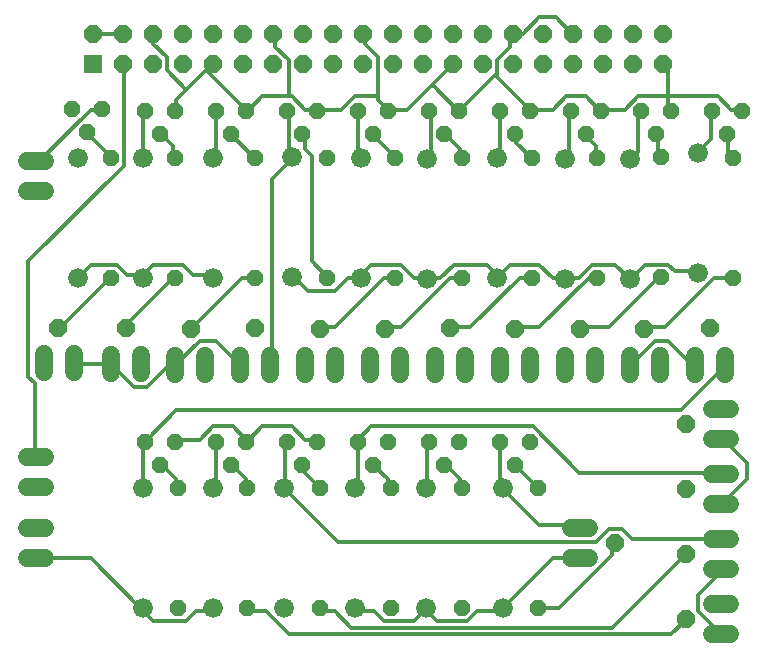
<source format=gbr>
G04 EAGLE Gerber RS-274X export*
G75*
%MOMM*%
%FSLAX34Y34*%
%LPD*%
%INTop Copper*%
%IPPOS*%
%AMOC8*
5,1,8,0,0,1.08239X$1,22.5*%
G01*
%ADD10C,1.676400*%
%ADD11C,1.524000*%
%ADD12P,1.649562X8X22.500000*%
%ADD13R,1.524000X1.524000*%
%ADD14P,1.429621X8X112.500000*%
%ADD15P,1.429621X8X202.500000*%
%ADD16P,1.429621X8X292.500000*%
%ADD17C,0.304800*%


D10*
X70000Y425800D03*
X70000Y324200D03*
D11*
X67030Y259220D02*
X67030Y243980D01*
X41630Y243980D02*
X41630Y259220D01*
D12*
X53290Y281440D03*
D13*
X82630Y505300D03*
D12*
X108030Y505300D03*
X133430Y505300D03*
X158830Y505300D03*
X184230Y505300D03*
X209630Y505300D03*
X82630Y530700D03*
X108030Y530700D03*
X133430Y530700D03*
X158830Y530700D03*
X184230Y530700D03*
X209630Y530700D03*
X235030Y505300D03*
X235030Y530700D03*
X260430Y505300D03*
X285830Y505300D03*
X311230Y505300D03*
X336630Y505300D03*
X362030Y505300D03*
X387430Y505300D03*
X260430Y530700D03*
X285830Y530700D03*
X311230Y530700D03*
X336630Y530700D03*
X362030Y530700D03*
X387430Y530700D03*
X412830Y505300D03*
X412830Y530700D03*
X438230Y505300D03*
X463630Y505300D03*
X489030Y505300D03*
X514430Y505300D03*
X539830Y505300D03*
X565230Y505300D03*
X438230Y530700D03*
X463630Y530700D03*
X489030Y530700D03*
X514430Y530700D03*
X539830Y530700D03*
X565230Y530700D03*
D14*
X98230Y324300D03*
X98230Y425900D03*
D15*
X65100Y466870D03*
X77800Y447820D03*
X90500Y466870D03*
D14*
X152460Y324200D03*
X152460Y425800D03*
D10*
X125000Y425800D03*
X125000Y324200D03*
D15*
X127300Y465000D03*
X140000Y445950D03*
X152700Y465000D03*
D11*
X98000Y258850D02*
X98000Y243610D01*
X123400Y243610D02*
X123400Y258850D01*
D12*
X111110Y281350D03*
D14*
X220000Y324200D03*
X220000Y425800D03*
D10*
X185000Y425800D03*
X185000Y324200D03*
D15*
X187300Y465000D03*
X200000Y445950D03*
X212700Y465000D03*
D11*
X152300Y257620D02*
X152300Y242380D01*
X177700Y242380D02*
X177700Y257620D01*
D12*
X165550Y280950D03*
D16*
X281270Y425800D03*
X281270Y324200D03*
D10*
X251890Y426120D03*
X251890Y324520D03*
D15*
X247300Y465000D03*
X260000Y445950D03*
X272700Y465000D03*
D11*
X207300Y257620D02*
X207300Y242380D01*
X232700Y242380D02*
X232700Y257620D01*
D12*
X220000Y281270D03*
D14*
X338650Y324200D03*
X338650Y425800D03*
D10*
X310000Y425800D03*
X310000Y324200D03*
D15*
X307300Y465000D03*
X320000Y445950D03*
X332700Y465000D03*
D11*
X262300Y257620D02*
X262300Y242380D01*
X287700Y242380D02*
X287700Y257620D01*
D12*
X275000Y281110D03*
D14*
X395000Y324200D03*
X395000Y425800D03*
D10*
X366190Y424530D03*
X366190Y322930D03*
D15*
X367300Y465000D03*
X380000Y445950D03*
X392700Y465000D03*
D11*
X317300Y257620D02*
X317300Y242380D01*
X342700Y242380D02*
X342700Y257620D01*
D12*
X330000Y281190D03*
D14*
X455000Y324200D03*
X455000Y425800D03*
D10*
X425000Y425800D03*
X425000Y324200D03*
D15*
X427300Y465000D03*
X440000Y445950D03*
X452700Y465000D03*
D11*
X372300Y257620D02*
X372300Y242380D01*
X397700Y242380D02*
X397700Y257620D01*
D12*
X385000Y281270D03*
D14*
X510000Y324200D03*
X510000Y425800D03*
D10*
X482460Y424530D03*
X482460Y322930D03*
D15*
X487300Y465000D03*
X500000Y445950D03*
X512700Y465000D03*
D11*
X427300Y257620D02*
X427300Y242380D01*
X452700Y242380D02*
X452700Y257620D01*
D12*
X440080Y280950D03*
D14*
X563900Y324550D03*
X563900Y426150D03*
D10*
X537460Y424530D03*
X537460Y322930D03*
D15*
X547300Y465000D03*
X560000Y445950D03*
X572700Y465000D03*
D11*
X482300Y257620D02*
X482300Y242380D01*
X507700Y242380D02*
X507700Y257620D01*
D12*
X494920Y281110D03*
D14*
X625000Y324200D03*
X625000Y425800D03*
D10*
X594920Y429530D03*
X594920Y327930D03*
D15*
X607300Y465000D03*
X620000Y445950D03*
X632700Y465000D03*
D11*
X537300Y257620D02*
X537300Y242380D01*
X562700Y242380D02*
X562700Y257620D01*
D12*
X549680Y281190D03*
D14*
X155000Y44200D03*
X155000Y145800D03*
D10*
X125000Y145800D03*
X125000Y44200D03*
D15*
X127300Y185000D03*
X140000Y165950D03*
X152700Y185000D03*
D11*
X592300Y242380D02*
X592300Y257620D01*
X617700Y257620D02*
X617700Y242380D01*
D12*
X605000Y281270D03*
D14*
X213730Y44200D03*
X213730Y145800D03*
D10*
X185000Y145800D03*
X185000Y44200D03*
D15*
X187300Y185000D03*
X200000Y165950D03*
X212700Y185000D03*
D11*
X607380Y22300D02*
X622620Y22300D01*
X622620Y47700D02*
X607380Y47700D01*
D12*
X585000Y35000D03*
D14*
X275000Y44200D03*
X275000Y145800D03*
D10*
X245000Y145800D03*
X245000Y44200D03*
D15*
X247300Y185000D03*
X260000Y165950D03*
X272700Y185000D03*
D11*
X607380Y77300D02*
X622620Y77300D01*
X622620Y102700D02*
X607380Y102700D01*
D12*
X585000Y90000D03*
D14*
X335000Y44200D03*
X335000Y145800D03*
D10*
X305000Y145800D03*
X305000Y44200D03*
D15*
X307300Y185000D03*
X320000Y165950D03*
X332700Y185000D03*
D11*
X607380Y132300D02*
X622620Y132300D01*
X622620Y157700D02*
X607380Y157700D01*
D12*
X585000Y145000D03*
D14*
X395000Y44200D03*
X395000Y145800D03*
D10*
X365000Y145800D03*
X365000Y44200D03*
D15*
X367300Y185000D03*
X380000Y165950D03*
X392700Y185000D03*
D11*
X607380Y187300D02*
X622620Y187300D01*
X622620Y212700D02*
X607380Y212700D01*
D12*
X585000Y200000D03*
D14*
X460000Y44200D03*
X460000Y145800D03*
D10*
X430000Y145800D03*
X430000Y44200D03*
D15*
X427300Y185000D03*
X440000Y165950D03*
X452700Y185000D03*
D11*
X487380Y87300D02*
X502620Y87300D01*
X502620Y112700D02*
X487380Y112700D01*
D12*
X525000Y100000D03*
D11*
X42700Y147300D02*
X27460Y147300D01*
X27460Y172700D02*
X42700Y172700D01*
X42700Y87300D02*
X27460Y87300D01*
X27460Y112700D02*
X42700Y112700D01*
X42620Y397300D02*
X27380Y397300D01*
X27380Y422700D02*
X42620Y422700D01*
D17*
X78232Y447040D02*
X97790Y427482D01*
X78232Y447040D02*
X77800Y447820D01*
X97790Y427482D02*
X98230Y425900D01*
X153670Y187198D02*
X173228Y187198D01*
X184404Y198374D01*
X201168Y198374D01*
X212344Y187198D01*
X153670Y187198D02*
X152700Y185000D01*
X212344Y187198D02*
X212700Y185000D01*
X262636Y187198D02*
X271018Y187198D01*
X262636Y187198D02*
X251460Y198374D01*
X226314Y198374D01*
X215138Y187198D01*
X271018Y187198D02*
X272700Y185000D01*
X215138Y187198D02*
X212700Y185000D01*
X89408Y466598D02*
X81026Y466598D01*
X36322Y421894D01*
X89408Y466598D02*
X90500Y466870D01*
X36322Y421894D02*
X35000Y422700D01*
X153670Y466598D02*
X153670Y474980D01*
X178816Y500126D02*
X181610Y502920D01*
X178816Y500126D02*
X162052Y483362D01*
X153670Y474980D01*
X153670Y466598D02*
X152700Y465000D01*
X181610Y502920D02*
X184230Y505300D01*
X178816Y500126D02*
X212344Y466598D01*
X212700Y465000D01*
X178816Y500126D02*
X184230Y505300D01*
X262636Y466598D02*
X271018Y466598D01*
X262636Y466598D02*
X251460Y477774D01*
X248666Y477774D02*
X226314Y477774D01*
X248666Y477774D02*
X251460Y477774D01*
X226314Y477774D02*
X215138Y466598D01*
X271018Y466598D02*
X272700Y465000D01*
X215138Y466598D02*
X212700Y465000D01*
X134112Y522478D02*
X134112Y528066D01*
X134112Y522478D02*
X145288Y511302D01*
X145288Y500126D01*
X162052Y483362D01*
X134112Y528066D02*
X133430Y530700D01*
X237490Y528066D02*
X237490Y519684D01*
X248666Y508508D01*
X248666Y477774D01*
X237490Y528066D02*
X235030Y530700D01*
X335280Y466598D02*
X349250Y466598D01*
X368808Y486156D02*
X385572Y502920D01*
X368808Y486156D02*
X349250Y466598D01*
X335280Y466598D02*
X332700Y465000D01*
X385572Y502920D02*
X387430Y505300D01*
X371602Y486156D02*
X391160Y466598D01*
X371602Y486156D02*
X368808Y486156D01*
X391160Y466598D02*
X392700Y465000D01*
X312928Y522478D02*
X312928Y528066D01*
X312928Y522478D02*
X324104Y511302D01*
X324104Y477774D02*
X324104Y474980D01*
X324104Y477774D02*
X324104Y511302D01*
X324104Y474980D02*
X332486Y466598D01*
X312928Y528066D02*
X311230Y530700D01*
X332486Y466598D02*
X332700Y465000D01*
X438658Y530860D02*
X447040Y530860D01*
X461010Y544830D01*
X474980Y544830D01*
X488950Y530860D01*
X438658Y530860D02*
X438230Y530700D01*
X488950Y530860D02*
X489030Y530700D01*
X472186Y466598D02*
X455422Y466598D01*
X472186Y466598D02*
X483362Y477774D01*
X500126Y477774D01*
X511302Y466598D01*
X455422Y466598D02*
X452700Y465000D01*
X511302Y466598D02*
X512700Y465000D01*
X569976Y477774D02*
X569976Y500126D01*
X569976Y477774D02*
X569976Y466598D01*
X569976Y500126D02*
X567182Y502920D01*
X569976Y466598D02*
X572700Y465000D01*
X567182Y502920D02*
X565230Y505300D01*
X623062Y466598D02*
X631444Y466598D01*
X623062Y466598D02*
X611886Y477774D01*
X569976Y477774D01*
X631444Y466598D02*
X632700Y465000D01*
X533654Y466598D02*
X514096Y466598D01*
X533654Y466598D02*
X544830Y477774D01*
X569976Y477774D01*
X514096Y466598D02*
X512700Y465000D01*
X435864Y519684D02*
X435864Y528066D01*
X435864Y519684D02*
X424688Y508508D01*
X424688Y497332D02*
X424688Y494538D01*
X424688Y497332D02*
X424688Y508508D01*
X424688Y494538D02*
X452628Y466598D01*
X435864Y528066D02*
X438230Y530700D01*
X452628Y466598D02*
X452700Y465000D01*
X424688Y497332D02*
X393954Y466598D01*
X392700Y465000D01*
X293370Y466598D02*
X273812Y466598D01*
X293370Y466598D02*
X304546Y477774D01*
X324104Y477774D01*
X273812Y466598D02*
X272700Y465000D01*
X97790Y324104D02*
X55880Y282194D01*
X97790Y324104D02*
X98230Y324300D01*
X55880Y282194D02*
X53290Y281440D01*
X472186Y86614D02*
X494538Y86614D01*
X472186Y86614D02*
X430276Y44704D01*
X494538Y86614D02*
X495000Y87300D01*
X430276Y44704D02*
X430000Y44200D01*
X321310Y41910D02*
X307340Y41910D01*
X321310Y41910D02*
X329692Y33528D01*
X354838Y33528D01*
X363220Y41910D01*
X307340Y41910D02*
X305000Y44200D01*
X363220Y41910D02*
X365000Y44200D01*
X81026Y86614D02*
X36322Y86614D01*
X81026Y86614D02*
X122936Y44704D01*
X36322Y86614D02*
X35080Y87300D01*
X122936Y44704D02*
X125000Y44200D01*
X170434Y41910D02*
X184404Y41910D01*
X170434Y41910D02*
X162052Y33528D01*
X134112Y33528D01*
X125730Y41910D01*
X184404Y41910D02*
X185000Y44200D01*
X125730Y41910D02*
X125000Y44200D01*
X407924Y41910D02*
X427482Y41910D01*
X407924Y41910D02*
X399542Y33528D01*
X374396Y33528D01*
X366014Y41910D01*
X427482Y41910D02*
X430000Y44200D01*
X366014Y41910D02*
X365000Y44200D01*
X122936Y326898D02*
X111760Y326898D01*
X103378Y335280D01*
X81026Y335280D01*
X72644Y326898D01*
X122936Y326898D02*
X125000Y324200D01*
X72644Y326898D02*
X70000Y324200D01*
X167640Y326898D02*
X184404Y326898D01*
X167640Y326898D02*
X159258Y335280D01*
X134112Y335280D01*
X125730Y326898D01*
X184404Y326898D02*
X185000Y324200D01*
X125730Y326898D02*
X125000Y324200D01*
X354838Y324104D02*
X366014Y324104D01*
X354838Y324104D02*
X343662Y335280D01*
X318516Y335280D01*
X310134Y326898D01*
X366014Y324104D02*
X366190Y322930D01*
X310134Y326898D02*
X310000Y324200D01*
X150876Y248666D02*
X145288Y248666D01*
X128524Y231902D01*
X117348Y231902D01*
X100584Y248666D01*
X150876Y248666D02*
X152300Y250000D01*
X100584Y248666D02*
X98000Y251230D01*
X97790Y251460D02*
X67056Y251460D01*
X67030Y251600D01*
X97790Y251460D02*
X98000Y251230D01*
X153670Y251460D02*
X173228Y271018D01*
X187198Y271018D01*
X206756Y251460D01*
X153670Y251460D02*
X152300Y250000D01*
X206756Y251460D02*
X207300Y250000D01*
X298958Y324104D02*
X307340Y324104D01*
X298958Y324104D02*
X287782Y312928D01*
X265430Y312928D01*
X254254Y324104D01*
X307340Y324104D02*
X310000Y324200D01*
X254254Y324104D02*
X251890Y324520D01*
X595122Y41910D02*
X614680Y22352D01*
X595122Y41910D02*
X595122Y55880D01*
X614680Y75438D01*
X614680Y22352D02*
X615000Y22300D01*
X614680Y75438D02*
X615000Y77300D01*
X617474Y134112D02*
X637032Y153670D01*
X637032Y167640D01*
X617474Y187198D01*
X617474Y134112D02*
X615000Y132300D01*
X617474Y187198D02*
X615000Y187300D01*
X480568Y324104D02*
X472186Y324104D01*
X461010Y335280D01*
X435864Y335280D01*
X427482Y326898D01*
X480568Y324104D02*
X482460Y322930D01*
X427482Y326898D02*
X425000Y324200D01*
X569976Y271018D02*
X589534Y251460D01*
X569976Y271018D02*
X558800Y271018D01*
X539242Y251460D01*
X589534Y251460D02*
X592300Y250000D01*
X539242Y251460D02*
X537300Y250000D01*
X575564Y329692D02*
X592328Y329692D01*
X575564Y329692D02*
X569976Y335280D01*
X550418Y335280D01*
X539242Y324104D01*
X592328Y329692D02*
X594920Y327930D01*
X539242Y324104D02*
X537460Y322930D01*
X494538Y324104D02*
X483362Y324104D01*
X494538Y324104D02*
X505714Y335280D01*
X525272Y335280D01*
X536448Y324104D01*
X483362Y324104D02*
X482460Y322930D01*
X536448Y324104D02*
X537460Y322930D01*
X377190Y324104D02*
X368808Y324104D01*
X377190Y324104D02*
X388366Y335280D01*
X416306Y335280D01*
X424688Y326898D01*
X368808Y324104D02*
X366190Y322930D01*
X424688Y326898D02*
X425000Y324200D01*
X150876Y427482D02*
X150876Y435864D01*
X142494Y444246D01*
X150876Y427482D02*
X152460Y425800D01*
X142494Y444246D02*
X140000Y445950D01*
X125730Y463804D02*
X125730Y427482D01*
X125730Y463804D02*
X127300Y465000D01*
X125730Y427482D02*
X125000Y425800D01*
X150876Y324104D02*
X108966Y282194D01*
X150876Y324104D02*
X152460Y324200D01*
X111110Y281350D02*
X108966Y282194D01*
X217932Y427482D02*
X201168Y444246D01*
X217932Y427482D02*
X220000Y425800D01*
X201168Y444246D02*
X200000Y445950D01*
X187198Y463804D02*
X187198Y427482D01*
X187198Y463804D02*
X187300Y465000D01*
X187198Y427482D02*
X185000Y425800D01*
X209550Y324104D02*
X217932Y324104D01*
X209550Y324104D02*
X167640Y282194D01*
X217932Y324104D02*
X220000Y324200D01*
X167640Y282194D02*
X165550Y280950D01*
X262636Y433070D02*
X262636Y444246D01*
X262636Y433070D02*
X268224Y427482D01*
X268224Y338074D01*
X279400Y326898D01*
X262636Y444246D02*
X260000Y445950D01*
X279400Y326898D02*
X281270Y324200D01*
X248666Y430276D02*
X248666Y463804D01*
X248666Y430276D02*
X251460Y427482D01*
X248666Y463804D02*
X247300Y465000D01*
X251460Y427482D02*
X251890Y426120D01*
X234696Y407924D02*
X234696Y251460D01*
X234696Y407924D02*
X251460Y424688D01*
X234696Y251460D02*
X232700Y250000D01*
X251460Y424688D02*
X251890Y426120D01*
X321310Y444246D02*
X338074Y427482D01*
X338650Y425800D01*
X321310Y444246D02*
X320000Y445950D01*
X307340Y463804D02*
X307340Y427482D01*
X307340Y463804D02*
X307300Y465000D01*
X307340Y427482D02*
X310000Y425800D01*
X329692Y324104D02*
X338074Y324104D01*
X329692Y324104D02*
X287782Y282194D01*
X276606Y282194D01*
X338074Y324104D02*
X338650Y324200D01*
X276606Y282194D02*
X275000Y281110D01*
X393954Y427482D02*
X393954Y433070D01*
X382778Y444246D01*
X393954Y427482D02*
X395000Y425800D01*
X382778Y444246D02*
X380000Y445950D01*
X368808Y463804D02*
X368808Y424688D01*
X368808Y463804D02*
X367300Y465000D01*
X368808Y424688D02*
X366190Y424530D01*
X385572Y324104D02*
X393954Y324104D01*
X385572Y324104D02*
X343662Y282194D01*
X332486Y282194D01*
X393954Y324104D02*
X395000Y324200D01*
X332486Y282194D02*
X330000Y281190D01*
X441452Y438658D02*
X441452Y444246D01*
X441452Y438658D02*
X452628Y427482D01*
X441452Y444246D02*
X440000Y445950D01*
X452628Y427482D02*
X455000Y425800D01*
X427482Y427482D02*
X427482Y463804D01*
X427300Y465000D01*
X427482Y427482D02*
X425000Y425800D01*
X444246Y324104D02*
X452628Y324104D01*
X444246Y324104D02*
X402336Y282194D01*
X385572Y282194D01*
X452628Y324104D02*
X455000Y324200D01*
X385572Y282194D02*
X385000Y281270D01*
X508508Y427482D02*
X508508Y435864D01*
X500126Y444246D01*
X508508Y427482D02*
X510000Y425800D01*
X500126Y444246D02*
X500000Y445950D01*
X486156Y463804D02*
X486156Y427482D01*
X483362Y424688D01*
X486156Y463804D02*
X487300Y465000D01*
X483362Y424688D02*
X482460Y424530D01*
X502920Y324104D02*
X508508Y324104D01*
X502920Y324104D02*
X461010Y282194D01*
X441452Y282194D01*
X508508Y324104D02*
X510000Y324200D01*
X441452Y282194D02*
X440080Y280950D01*
X561594Y427482D02*
X561594Y444246D01*
X560000Y445950D01*
X561594Y427482D02*
X563900Y426150D01*
X544830Y430276D02*
X544830Y463804D01*
X544830Y430276D02*
X539242Y424688D01*
X544830Y463804D02*
X547300Y465000D01*
X539242Y424688D02*
X537460Y424530D01*
X561594Y324104D02*
X519684Y282194D01*
X497332Y282194D01*
X561594Y324104D02*
X563900Y324550D01*
X497332Y282194D02*
X494920Y281110D01*
X620268Y430276D02*
X620268Y444246D01*
X620268Y430276D02*
X623062Y427482D01*
X620268Y444246D02*
X620000Y445950D01*
X623062Y427482D02*
X625000Y425800D01*
X606298Y441452D02*
X606298Y463804D01*
X606298Y441452D02*
X595122Y430276D01*
X606298Y463804D02*
X607300Y465000D01*
X595122Y430276D02*
X594920Y429530D01*
X609092Y324104D02*
X623062Y324104D01*
X609092Y324104D02*
X567182Y282194D01*
X550418Y282194D01*
X623062Y324104D02*
X625000Y324200D01*
X550418Y282194D02*
X549680Y281190D01*
X153670Y153670D02*
X153670Y148082D01*
X153670Y153670D02*
X142494Y164846D01*
X153670Y148082D02*
X155000Y145800D01*
X142494Y164846D02*
X140000Y165950D01*
X125730Y148082D02*
X125730Y184404D01*
X127300Y185000D01*
X125730Y148082D02*
X125000Y145800D01*
X581152Y212344D02*
X617474Y248666D01*
X581152Y212344D02*
X153670Y212344D01*
X128524Y187198D01*
X617474Y248666D02*
X617700Y250000D01*
X128524Y187198D02*
X127300Y185000D01*
X212344Y153670D02*
X212344Y148082D01*
X212344Y153670D02*
X201168Y164846D01*
X212344Y148082D02*
X213730Y145800D01*
X201168Y164846D02*
X200000Y165950D01*
X187198Y148082D02*
X187198Y184404D01*
X187300Y185000D01*
X187198Y148082D02*
X185000Y145800D01*
X215138Y41910D02*
X229108Y41910D01*
X248666Y22352D01*
X572770Y22352D01*
X583946Y33528D01*
X215138Y41910D02*
X213730Y44200D01*
X583946Y33528D02*
X585000Y35000D01*
X262636Y159258D02*
X262636Y164846D01*
X262636Y159258D02*
X273812Y148082D01*
X262636Y164846D02*
X260000Y165950D01*
X273812Y148082D02*
X275000Y145800D01*
X245872Y148082D02*
X245872Y184404D01*
X247300Y185000D01*
X245872Y148082D02*
X245000Y145800D01*
X539242Y103378D02*
X614680Y103378D01*
X539242Y103378D02*
X530860Y111760D01*
X519684Y111760D01*
X508508Y100584D01*
X290576Y100584D01*
X245872Y145288D01*
X614680Y103378D02*
X615000Y102700D01*
X245872Y145288D02*
X245000Y145800D01*
X276606Y41910D02*
X287782Y41910D01*
X301752Y27940D01*
X522478Y27940D01*
X583946Y89408D01*
X276606Y41910D02*
X275000Y44200D01*
X583946Y89408D02*
X585000Y90000D01*
X332486Y148082D02*
X332486Y153670D01*
X321310Y164846D01*
X332486Y148082D02*
X335000Y145800D01*
X321310Y164846D02*
X320000Y165950D01*
X307340Y148082D02*
X307340Y184404D01*
X307300Y185000D01*
X307340Y148082D02*
X305000Y145800D01*
X494538Y159258D02*
X614680Y159258D01*
X494538Y159258D02*
X455422Y198374D01*
X318516Y198374D01*
X307340Y187198D01*
X614680Y159258D02*
X615000Y157700D01*
X307300Y185000D02*
X307340Y187198D01*
X393954Y153670D02*
X393954Y148082D01*
X393954Y153670D02*
X382778Y164846D01*
X393954Y148082D02*
X395000Y145800D01*
X382778Y164846D02*
X380000Y165950D01*
X366014Y148082D02*
X366014Y184404D01*
X367300Y185000D01*
X366014Y148082D02*
X365000Y145800D01*
X441452Y164846D02*
X458216Y148082D01*
X460000Y145800D01*
X441452Y164846D02*
X440000Y165950D01*
X427482Y148082D02*
X427482Y184404D01*
X427300Y185000D01*
X427482Y148082D02*
X430000Y145800D01*
X461010Y114554D02*
X494538Y114554D01*
X461010Y114554D02*
X430276Y145288D01*
X494538Y114554D02*
X495000Y112700D01*
X430276Y145288D02*
X430000Y145800D01*
X461010Y44704D02*
X477774Y44704D01*
X522478Y89408D01*
X522478Y97790D01*
X461010Y44704D02*
X460000Y44200D01*
X522478Y97790D02*
X525000Y100000D01*
X33528Y173228D02*
X33528Y234696D01*
X27940Y240284D01*
X27940Y338074D01*
X108966Y419100D01*
X108966Y502920D01*
X33528Y173228D02*
X35080Y172700D01*
X108966Y502920D02*
X108030Y505300D01*
X106172Y530860D02*
X83820Y530860D01*
X82630Y530700D01*
X106172Y530860D02*
X108030Y530700D01*
M02*

</source>
